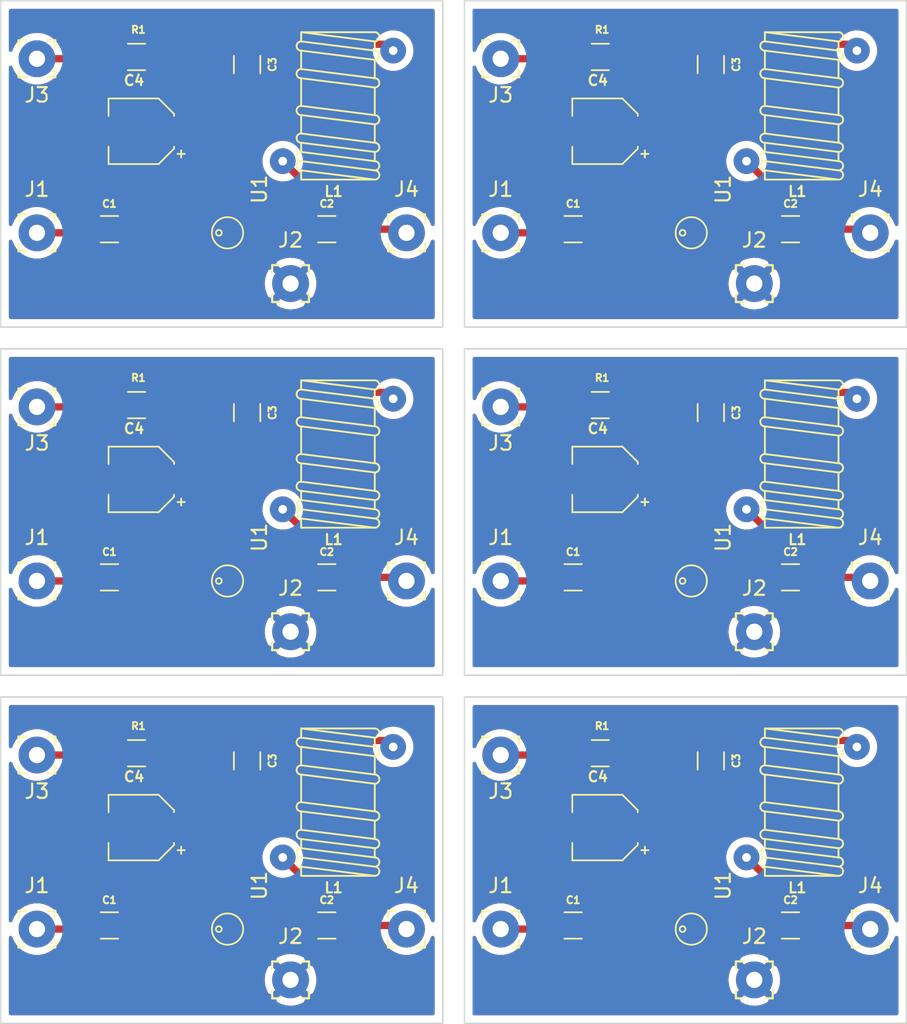
<source format=kicad_pcb>
(kicad_pcb (version 20171130) (host pcbnew 5.1.5+dfsg1-2build2)
  (layers (0 F.Cu signal) (31 B.Cu signal) (34 B.Paste user) (35 F.Paste user) (36 B.SilkS user) (37 F.SilkS user) (38 B.Mask user) (39 F.Mask user) (44 Edge.Cuts user))
  (net 0 "")
  (net 1 "Net-(C1-Pad2)")
  (net 2 "Net-(C1-Pad1)")
  (net 3 "Net-(C2-Pad2)")
  (net 4 "Net-(C2-Pad1)")
  (net 5 GND)
  (net 6 "Net-(C3-Pad1)")
  (net 7 +12V)
  (module xenir:VV105 (layer F.Cu) (at 152.65 145 270)
    (fp_text reference U1 (at -3 -2.2 90) (layer F.SilkS))
    (fp_text value MAR6)
    (pad 2 smd rect (at 2 0 270) (size 2 0.75) (layers F.Cu F.Paste F.Mask) (net 5 GND))
    (pad 4 smd rect (at -2 0 270) (size 2 0.75) (layers F.Cu F.Paste F.Mask) (net 5 GND))
    (pad 3 smd rect (at 0 -2) (size 2 0.75) (layers F.Cu F.Paste F.Mask) (net 4 "Net-(C2-Pad1)"))
    (pad 1 smd rect (at 0 2) (size 2 0.75) (layers F.Cu F.Paste F.Mask) (net 1 "Net-(C1-Pad2)"))
  )
  (module xenir:VV105 (layer F.Cu) (at 120.65 145 270)
    (fp_text reference U1 (at -3 -2.2 90) (layer F.SilkS))
    (fp_text value MAR6)
    (pad 2 smd rect (at 2 0 270) (size 2 0.75) (layers F.Cu F.Paste F.Mask) (net 5 GND))
    (pad 4 smd rect (at -2 0 270) (size 2 0.75) (layers F.Cu F.Paste F.Mask) (net 5 GND))
    (pad 3 smd rect (at 0 -2) (size 2 0.75) (layers F.Cu F.Paste F.Mask) (net 4 "Net-(C2-Pad1)"))
    (pad 1 smd rect (at 0 2) (size 2 0.75) (layers F.Cu F.Paste F.Mask) (net 1 "Net-(C1-Pad2)"))
  )
  (module xenir:VV105 (layer F.Cu) (at 152.65 121 270)
    (fp_text reference U1 (at -3 -2.2 90) (layer F.SilkS))
    (fp_text value MAR6)
    (pad 2 smd rect (at 2 0 270) (size 2 0.75) (layers F.Cu F.Paste F.Mask) (net 5 GND))
    (pad 4 smd rect (at -2 0 270) (size 2 0.75) (layers F.Cu F.Paste F.Mask) (net 5 GND))
    (pad 3 smd rect (at 0 -2) (size 2 0.75) (layers F.Cu F.Paste F.Mask) (net 4 "Net-(C2-Pad1)"))
    (pad 1 smd rect (at 0 2) (size 2 0.75) (layers F.Cu F.Paste F.Mask) (net 1 "Net-(C1-Pad2)"))
  )
  (module xenir:VV105 (layer F.Cu) (at 120.65 121 270)
    (fp_text reference U1 (at -3 -2.2 90) (layer F.SilkS))
    (fp_text value MAR6)
    (pad 2 smd rect (at 2 0 270) (size 2 0.75) (layers F.Cu F.Paste F.Mask) (net 5 GND))
    (pad 4 smd rect (at -2 0 270) (size 2 0.75) (layers F.Cu F.Paste F.Mask) (net 5 GND))
    (pad 3 smd rect (at 0 -2) (size 2 0.75) (layers F.Cu F.Paste F.Mask) (net 4 "Net-(C2-Pad1)"))
    (pad 1 smd rect (at 0 2) (size 2 0.75) (layers F.Cu F.Paste F.Mask) (net 1 "Net-(C1-Pad2)"))
  )
  (module xenir:VV105 (layer F.Cu) (at 152.65 97 270)
    (fp_text reference U1 (at -3 -2.2 90) (layer F.SilkS))
    (fp_text value MAR6)
    (pad 2 smd rect (at 2 0 270) (size 2 0.75) (layers F.Cu F.Paste F.Mask) (net 5 GND))
    (pad 4 smd rect (at -2 0 270) (size 2 0.75) (layers F.Cu F.Paste F.Mask) (net 5 GND))
    (pad 3 smd rect (at 0 -2) (size 2 0.75) (layers F.Cu F.Paste F.Mask) (net 4 "Net-(C2-Pad1)"))
    (pad 1 smd rect (at 0 2) (size 2 0.75) (layers F.Cu F.Paste F.Mask) (net 1 "Net-(C1-Pad2)"))
  )
  (module xenir:Pad (layer F.Cu) (at 157 145)
    (fp_text reference J2 (at 0 0.5) (layer F.SilkS))
    (fp_text value Pad)
    (pad 1 thru_hole circle (at 0 3.5) (size 2.54 2.54) (drill 1.1176) (layers *.Cu *.Mask) (net 5 GND))
  )
  (module xenir:Pad (layer F.Cu) (at 125 145)
    (fp_text reference J2 (at 0 0.5) (layer F.SilkS))
    (fp_text value Pad)
    (pad 1 thru_hole circle (at 0 3.5) (size 2.54 2.54) (drill 1.1176) (layers *.Cu *.Mask) (net 5 GND))
  )
  (module xenir:Pad (layer F.Cu) (at 157 121)
    (fp_text reference J2 (at 0 0.5) (layer F.SilkS))
    (fp_text value Pad)
    (pad 1 thru_hole circle (at 0 3.5) (size 2.54 2.54) (drill 1.1176) (layers *.Cu *.Mask) (net 5 GND))
  )
  (module xenir:Pad (layer F.Cu) (at 125 121)
    (fp_text reference J2 (at 0 0.5) (layer F.SilkS))
    (fp_text value Pad)
    (pad 1 thru_hole circle (at 0 3.5) (size 2.54 2.54) (drill 1.1176) (layers *.Cu *.Mask) (net 5 GND))
  )
  (module xenir:Pad (layer F.Cu) (at 157 97)
    (fp_text reference J2 (at 0 0.5) (layer F.SilkS))
    (fp_text value Pad)
    (pad 1 thru_hole circle (at 0 3.5) (size 2.54 2.54) (drill 1.1176) (layers *.Cu *.Mask) (net 5 GND))
  )
  (module xenir:Pad (layer F.Cu) (at 165 141.5)
    (fp_text reference J4 (at 0 0.5) (layer F.SilkS))
    (fp_text value Pad)
    (pad 1 thru_hole circle (at 0 3.5) (size 2.54 2.54) (drill 1.1176) (layers *.Cu *.Mask) (net 3 "Net-(C2-Pad2)"))
  )
  (module xenir:Pad (layer F.Cu) (at 133 141.5)
    (fp_text reference J4 (at 0 0.5) (layer F.SilkS))
    (fp_text value Pad)
    (pad 1 thru_hole circle (at 0 3.5) (size 2.54 2.54) (drill 1.1176) (layers *.Cu *.Mask) (net 3 "Net-(C2-Pad2)"))
  )
  (module xenir:Pad (layer F.Cu) (at 165 117.5)
    (fp_text reference J4 (at 0 0.5) (layer F.SilkS))
    (fp_text value Pad)
    (pad 1 thru_hole circle (at 0 3.5) (size 2.54 2.54) (drill 1.1176) (layers *.Cu *.Mask) (net 3 "Net-(C2-Pad2)"))
  )
  (module xenir:Pad (layer F.Cu) (at 133 117.5)
    (fp_text reference J4 (at 0 0.5) (layer F.SilkS))
    (fp_text value Pad)
    (pad 1 thru_hole circle (at 0 3.5) (size 2.54 2.54) (drill 1.1176) (layers *.Cu *.Mask) (net 3 "Net-(C2-Pad2)"))
  )
  (module xenir:Pad (layer F.Cu) (at 165 93.5)
    (fp_text reference J4 (at 0 0.5) (layer F.SilkS))
    (fp_text value Pad)
    (pad 1 thru_hole circle (at 0 3.5) (size 2.54 2.54) (drill 1.1176) (layers *.Cu *.Mask) (net 3 "Net-(C2-Pad2)"))
  )
  (module xenir:Cap_4x5.4 (layer F.Cu) (at 146.7 138.5 180)
    (fp_text reference C4 (at 0.5 4) (layer F.SilkS) (effects (font (size 0.7 0.7))))
    (fp_text value 10uF)
    (pad 1 smd roundrect (at -1.8 0.5 180) (size 2.6 1.6) (layers F.Cu F.Paste F.Mask) (roundrect_rratio 0.15625) (net 6 "Net-(C3-Pad1)"))
    (pad 2 smd roundrect (at 1.8 0.5 180) (size 2.6 1.6) (layers F.Cu F.Paste F.Mask) (roundrect_rratio 0.15625) (net 5 GND))
  )
  (module xenir:Cap_4x5.4 (layer F.Cu) (at 114.7 138.5 180)
    (fp_text reference C4 (at 0.5 4) (layer F.SilkS) (effects (font (size 0.7 0.7))))
    (fp_text value 10uF)
    (pad 1 smd roundrect (at -1.8 0.5 180) (size 2.6 1.6) (layers F.Cu F.Paste F.Mask) (roundrect_rratio 0.15625) (net 6 "Net-(C3-Pad1)"))
    (pad 2 smd roundrect (at 1.8 0.5 180) (size 2.6 1.6) (layers F.Cu F.Paste F.Mask) (roundrect_rratio 0.15625) (net 5 GND))
  )
  (module xenir:Cap_4x5.4 (layer F.Cu) (at 146.7 114.5 180)
    (fp_text reference C4 (at 0.5 4) (layer F.SilkS) (effects (font (size 0.7 0.7))))
    (fp_text value 10uF)
    (pad 1 smd roundrect (at -1.8 0.5 180) (size 2.6 1.6) (layers F.Cu F.Paste F.Mask) (roundrect_rratio 0.15625) (net 6 "Net-(C3-Pad1)"))
    (pad 2 smd roundrect (at 1.8 0.5 180) (size 2.6 1.6) (layers F.Cu F.Paste F.Mask) (roundrect_rratio 0.15625) (net 5 GND))
  )
  (module xenir:Cap_4x5.4 (layer F.Cu) (at 114.7 114.5 180)
    (fp_text reference C4 (at 0.5 4) (layer F.SilkS) (effects (font (size 0.7 0.7))))
    (fp_text value 10uF)
    (pad 1 smd roundrect (at -1.8 0.5 180) (size 2.6 1.6) (layers F.Cu F.Paste F.Mask) (roundrect_rratio 0.15625) (net 6 "Net-(C3-Pad1)"))
    (pad 2 smd roundrect (at 1.8 0.5 180) (size 2.6 1.6) (layers F.Cu F.Paste F.Mask) (roundrect_rratio 0.15625) (net 5 GND))
  )
  (module xenir:Cap_4x5.4 (layer F.Cu) (at 146.7 90.5 180)
    (fp_text reference C4 (at 0.5 4) (layer F.SilkS) (effects (font (size 0.7 0.7))))
    (fp_text value 10uF)
    (pad 1 smd roundrect (at -1.8 0.5 180) (size 2.6 1.6) (layers F.Cu F.Paste F.Mask) (roundrect_rratio 0.15625) (net 6 "Net-(C3-Pad1)"))
    (pad 2 smd roundrect (at 1.8 0.5 180) (size 2.6 1.6) (layers F.Cu F.Paste F.Mask) (roundrect_rratio 0.15625) (net 5 GND))
  )
  (module xenir:T37_Inductor (layer F.Cu) (at 160.27 143.25 180)
    (fp_text reference L1 (at 0.3 1.1) (layer F.SilkS) (effects (font (size 0.7 0.7))))
    (fp_text value Inductor)
    (pad 2 thru_hole circle (at 3.81 3.19 180) (size 1.778 1.778) (drill 0.6) (layers *.Cu *.Mask) (net 4 "Net-(C2-Pad1)"))
    (pad 1 thru_hole circle (at -3.81 10.81 180) (size 1.778 1.778) (drill 0.6) (layers *.Cu *.Mask) (net 6 "Net-(C3-Pad1)"))
  )
  (module xenir:T37_Inductor (layer F.Cu) (at 128.27 143.25 180)
    (fp_text reference L1 (at 0.3 1.1) (layer F.SilkS) (effects (font (size 0.7 0.7))))
    (fp_text value Inductor)
    (pad 2 thru_hole circle (at 3.81 3.19 180) (size 1.778 1.778) (drill 0.6) (layers *.Cu *.Mask) (net 4 "Net-(C2-Pad1)"))
    (pad 1 thru_hole circle (at -3.81 10.81 180) (size 1.778 1.778) (drill 0.6) (layers *.Cu *.Mask) (net 6 "Net-(C3-Pad1)"))
  )
  (module xenir:T37_Inductor (layer F.Cu) (at 160.27 119.25 180)
    (fp_text reference L1 (at 0.3 1.1) (layer F.SilkS) (effects (font (size 0.7 0.7))))
    (fp_text value Inductor)
    (pad 2 thru_hole circle (at 3.81 3.19 180) (size 1.778 1.778) (drill 0.6) (layers *.Cu *.Mask) (net 4 "Net-(C2-Pad1)"))
    (pad 1 thru_hole circle (at -3.81 10.81 180) (size 1.778 1.778) (drill 0.6) (layers *.Cu *.Mask) (net 6 "Net-(C3-Pad1)"))
  )
  (module xenir:T37_Inductor (layer F.Cu) (at 128.27 119.25 180)
    (fp_text reference L1 (at 0.3 1.1) (layer F.SilkS) (effects (font (size 0.7 0.7))))
    (fp_text value Inductor)
    (pad 2 thru_hole circle (at 3.81 3.19 180) (size 1.778 1.778) (drill 0.6) (layers *.Cu *.Mask) (net 4 "Net-(C2-Pad1)"))
    (pad 1 thru_hole circle (at -3.81 10.81 180) (size 1.778 1.778) (drill 0.6) (layers *.Cu *.Mask) (net 6 "Net-(C3-Pad1)"))
  )
  (module xenir:T37_Inductor (layer F.Cu) (at 160.27 95.25 180)
    (fp_text reference L1 (at 0.3 1.1) (layer F.SilkS) (effects (font (size 0.7 0.7))))
    (fp_text value Inductor)
    (pad 2 thru_hole circle (at 3.81 3.19 180) (size 1.778 1.778) (drill 0.6) (layers *.Cu *.Mask) (net 4 "Net-(C2-Pad1)"))
    (pad 1 thru_hole circle (at -3.81 10.81 180) (size 1.778 1.778) (drill 0.6) (layers *.Cu *.Mask) (net 6 "Net-(C3-Pad1)"))
  )
  (module xenir:Pad (layer F.Cu) (at 139.5 129.5)
    (fp_text reference J3 (at 0 6) (layer F.SilkS))
    (fp_text value Pad)
    (pad 1 thru_hole circle (at 0 3.5) (size 2.54 2.54) (drill 1.1176) (layers *.Cu *.Mask) (net 7 +12V))
  )
  (module xenir:Pad (layer F.Cu) (at 107.5 129.5)
    (fp_text reference J3 (at 0 6) (layer F.SilkS))
    (fp_text value Pad)
    (pad 1 thru_hole circle (at 0 3.5) (size 2.54 2.54) (drill 1.1176) (layers *.Cu *.Mask) (net 7 +12V))
  )
  (module xenir:Pad (layer F.Cu) (at 139.5 105.5)
    (fp_text reference J3 (at 0 6) (layer F.SilkS))
    (fp_text value Pad)
    (pad 1 thru_hole circle (at 0 3.5) (size 2.54 2.54) (drill 1.1176) (layers *.Cu *.Mask) (net 7 +12V))
  )
  (module xenir:Pad (layer F.Cu) (at 107.5 105.5)
    (fp_text reference J3 (at 0 6) (layer F.SilkS))
    (fp_text value Pad)
    (pad 1 thru_hole circle (at 0 3.5) (size 2.54 2.54) (drill 1.1176) (layers *.Cu *.Mask) (net 7 +12V))
  )
  (module xenir:Pad (layer F.Cu) (at 139.5 81.5)
    (fp_text reference J3 (at 0 6) (layer F.SilkS))
    (fp_text value Pad)
    (pad 1 thru_hole circle (at 0 3.5) (size 2.54 2.54) (drill 1.1176) (layers *.Cu *.Mask) (net 7 +12V))
  )
  (module "xenir:Capacitor 1206" (layer F.Cu) (at 159.5 142.5)
    (fp_text reference C2 (at 0 0.5) (layer F.SilkS) (effects (font (size 0.5 0.5) (thickness 0.125))))
    (fp_text value .1uF)
    (pad 1 smd roundrect (at -1.4 2.25) (size 1.25 1.75) (layers F.Cu F.Paste F.Mask) (roundrect_rratio 0.2) (net 4 "Net-(C2-Pad1)"))
    (pad 2 smd roundrect (at 1.4 2.25) (size 1.25 1.75) (layers F.Cu F.Paste F.Mask) (roundrect_rratio 0.2) (net 3 "Net-(C2-Pad2)"))
  )
  (module "xenir:Capacitor 1206" (layer F.Cu) (at 127.5 142.5)
    (fp_text reference C2 (at 0 0.5) (layer F.SilkS) (effects (font (size 0.5 0.5) (thickness 0.125))))
    (fp_text value .1uF)
    (pad 1 smd roundrect (at -1.4 2.25) (size 1.25 1.75) (layers F.Cu F.Paste F.Mask) (roundrect_rratio 0.2) (net 4 "Net-(C2-Pad1)"))
    (pad 2 smd roundrect (at 1.4 2.25) (size 1.25 1.75) (layers F.Cu F.Paste F.Mask) (roundrect_rratio 0.2) (net 3 "Net-(C2-Pad2)"))
  )
  (module "xenir:Capacitor 1206" (layer F.Cu) (at 159.5 118.5)
    (fp_text reference C2 (at 0 0.5) (layer F.SilkS) (effects (font (size 0.5 0.5) (thickness 0.125))))
    (fp_text value .1uF)
    (pad 1 smd roundrect (at -1.4 2.25) (size 1.25 1.75) (layers F.Cu F.Paste F.Mask) (roundrect_rratio 0.2) (net 4 "Net-(C2-Pad1)"))
    (pad 2 smd roundrect (at 1.4 2.25) (size 1.25 1.75) (layers F.Cu F.Paste F.Mask) (roundrect_rratio 0.2) (net 3 "Net-(C2-Pad2)"))
  )
  (module "xenir:Capacitor 1206" (layer F.Cu) (at 127.5 118.5)
    (fp_text reference C2 (at 0 0.5) (layer F.SilkS) (effects (font (size 0.5 0.5) (thickness 0.125))))
    (fp_text value .1uF)
    (pad 1 smd roundrect (at -1.4 2.25) (size 1.25 1.75) (layers F.Cu F.Paste F.Mask) (roundrect_rratio 0.2) (net 4 "Net-(C2-Pad1)"))
    (pad 2 smd roundrect (at 1.4 2.25) (size 1.25 1.75) (layers F.Cu F.Paste F.Mask) (roundrect_rratio 0.2) (net 3 "Net-(C2-Pad2)"))
  )
  (module "xenir:Capacitor 1206" (layer F.Cu) (at 159.5 94.5)
    (fp_text reference C2 (at 0 0.5) (layer F.SilkS) (effects (font (size 0.5 0.5) (thickness 0.125))))
    (fp_text value .1uF)
    (pad 1 smd roundrect (at -1.4 2.25) (size 1.25 1.75) (layers F.Cu F.Paste F.Mask) (roundrect_rratio 0.2) (net 4 "Net-(C2-Pad1)"))
    (pad 2 smd roundrect (at 1.4 2.25) (size 1.25 1.75) (layers F.Cu F.Paste F.Mask) (roundrect_rratio 0.2) (net 3 "Net-(C2-Pad2)"))
  )
  (module "xenir:Capacitor 1206" (layer F.Cu) (at 156.25 133.4 270)
    (fp_text reference C3 (at 0 0.5 90) (layer F.SilkS) (effects (font (size 0.5 0.5) (thickness 0.125))))
    (fp_text value .1uF)
    (pad 1 smd roundrect (at -1.4 2.25 270) (size 1.25 1.75) (layers F.Cu F.Paste F.Mask) (roundrect_rratio 0.2) (net 6 "Net-(C3-Pad1)"))
    (pad 2 smd roundrect (at 1.4 2.25 270) (size 1.25 1.75) (layers F.Cu F.Paste F.Mask) (roundrect_rratio 0.2) (net 5 GND))
  )
  (module "xenir:Capacitor 1206" (layer F.Cu) (at 124.25 133.4 270)
    (fp_text reference C3 (at 0 0.5 90) (layer F.SilkS) (effects (font (size 0.5 0.5) (thickness 0.125))))
    (fp_text value .1uF)
    (pad 1 smd roundrect (at -1.4 2.25 270) (size 1.25 1.75) (layers F.Cu F.Paste F.Mask) (roundrect_rratio 0.2) (net 6 "Net-(C3-Pad1)"))
    (pad 2 smd roundrect (at 1.4 2.25 270) (size 1.25 1.75) (layers F.Cu F.Paste F.Mask) (roundrect_rratio 0.2) (net 5 GND))
  )
  (module "xenir:Capacitor 1206" (layer F.Cu) (at 156.25 109.4 270)
    (fp_text reference C3 (at 0 0.5 90) (layer F.SilkS) (effects (font (size 0.5 0.5) (thickness 0.125))))
    (fp_text value .1uF)
    (pad 1 smd roundrect (at -1.4 2.25 270) (size 1.25 1.75) (layers F.Cu F.Paste F.Mask) (roundrect_rratio 0.2) (net 6 "Net-(C3-Pad1)"))
    (pad 2 smd roundrect (at 1.4 2.25 270) (size 1.25 1.75) (layers F.Cu F.Paste F.Mask) (roundrect_rratio 0.2) (net 5 GND))
  )
  (module "xenir:Capacitor 1206" (layer F.Cu) (at 124.25 109.4 270)
    (fp_text reference C3 (at 0 0.5 90) (layer F.SilkS) (effects (font (size 0.5 0.5) (thickness 0.125))))
    (fp_text value .1uF)
    (pad 1 smd roundrect (at -1.4 2.25 270) (size 1.25 1.75) (layers F.Cu F.Paste F.Mask) (roundrect_rratio 0.2) (net 6 "Net-(C3-Pad1)"))
    (pad 2 smd roundrect (at 1.4 2.25 270) (size 1.25 1.75) (layers F.Cu F.Paste F.Mask) (roundrect_rratio 0.2) (net 5 GND))
  )
  (module "xenir:Capacitor 1206" (layer F.Cu) (at 156.25 85.4 270)
    (fp_text reference C3 (at 0 0.5 90) (layer F.SilkS) (effects (font (size 0.5 0.5) (thickness 0.125))))
    (fp_text value .1uF)
    (pad 1 smd roundrect (at -1.4 2.25 270) (size 1.25 1.75) (layers F.Cu F.Paste F.Mask) (roundrect_rratio 0.2) (net 6 "Net-(C3-Pad1)"))
    (pad 2 smd roundrect (at 1.4 2.25 270) (size 1.25 1.75) (layers F.Cu F.Paste F.Mask) (roundrect_rratio 0.2) (net 5 GND))
  )
  (module xenir:Pad (layer F.Cu) (at 139.5 141.5)
    (fp_text reference J1 (at 0 0.5) (layer F.SilkS))
    (fp_text value Pad)
    (pad 1 thru_hole circle (at 0 3.5) (size 2.54 2.54) (drill 1.1176) (layers *.Cu *.Mask) (net 2 "Net-(C1-Pad1)"))
  )
  (module xenir:Pad (layer F.Cu) (at 107.5 141.5)
    (fp_text reference J1 (at 0 0.5) (layer F.SilkS))
    (fp_text value Pad)
    (pad 1 thru_hole circle (at 0 3.5) (size 2.54 2.54) (drill 1.1176) (layers *.Cu *.Mask) (net 2 "Net-(C1-Pad1)"))
  )
  (module xenir:Pad (layer F.Cu) (at 139.5 117.5)
    (fp_text reference J1 (at 0 0.5) (layer F.SilkS))
    (fp_text value Pad)
    (pad 1 thru_hole circle (at 0 3.5) (size 2.54 2.54) (drill 1.1176) (layers *.Cu *.Mask) (net 2 "Net-(C1-Pad1)"))
  )
  (module xenir:Pad (layer F.Cu) (at 107.5 117.5)
    (fp_text reference J1 (at 0 0.5) (layer F.SilkS))
    (fp_text value Pad)
    (pad 1 thru_hole circle (at 0 3.5) (size 2.54 2.54) (drill 1.1176) (layers *.Cu *.Mask) (net 2 "Net-(C1-Pad1)"))
  )
  (module xenir:Pad (layer F.Cu) (at 139.5 93.5)
    (fp_text reference J1 (at 0 0.5) (layer F.SilkS))
    (fp_text value Pad)
    (pad 1 thru_hole circle (at 0 3.5) (size 2.54 2.54) (drill 1.1176) (layers *.Cu *.Mask) (net 2 "Net-(C1-Pad1)"))
  )
  (module "xenir:Capacitor 1206" (layer F.Cu) (at 144.5 142.5)
    (fp_text reference C1 (at 0 0.5) (layer F.SilkS) (effects (font (size 0.5 0.5) (thickness 0.125))))
    (fp_text value .1uF)
    (pad 1 smd roundrect (at -1.4 2.25) (size 1.25 1.75) (layers F.Cu F.Paste F.Mask) (roundrect_rratio 0.2) (net 2 "Net-(C1-Pad1)"))
    (pad 2 smd roundrect (at 1.4 2.25) (size 1.25 1.75) (layers F.Cu F.Paste F.Mask) (roundrect_rratio 0.2) (net 1 "Net-(C1-Pad2)"))
  )
  (module "xenir:Capacitor 1206" (layer F.Cu) (at 112.5 142.5)
    (fp_text reference C1 (at 0 0.5) (layer F.SilkS) (effects (font (size 0.5 0.5) (thickness 0.125))))
    (fp_text value .1uF)
    (pad 1 smd roundrect (at -1.4 2.25) (size 1.25 1.75) (layers F.Cu F.Paste F.Mask) (roundrect_rratio 0.2) (net 2 "Net-(C1-Pad1)"))
    (pad 2 smd roundrect (at 1.4 2.25) (size 1.25 1.75) (layers F.Cu F.Paste F.Mask) (roundrect_rratio 0.2) (net 1 "Net-(C1-Pad2)"))
  )
  (module "xenir:Capacitor 1206" (layer F.Cu) (at 144.5 118.5)
    (fp_text reference C1 (at 0 0.5) (layer F.SilkS) (effects (font (size 0.5 0.5) (thickness 0.125))))
    (fp_text value .1uF)
    (pad 1 smd roundrect (at -1.4 2.25) (size 1.25 1.75) (layers F.Cu F.Paste F.Mask) (roundrect_rratio 0.2) (net 2 "Net-(C1-Pad1)"))
    (pad 2 smd roundrect (at 1.4 2.25) (size 1.25 1.75) (layers F.Cu F.Paste F.Mask) (roundrect_rratio 0.2) (net 1 "Net-(C1-Pad2)"))
  )
  (module "xenir:Capacitor 1206" (layer F.Cu) (at 112.5 118.5)
    (fp_text reference C1 (at 0 0.5) (layer F.SilkS) (effects (font (size 0.5 0.5) (thickness 0.125))))
    (fp_text value .1uF)
    (pad 1 smd roundrect (at -1.4 2.25) (size 1.25 1.75) (layers F.Cu F.Paste F.Mask) (roundrect_rratio 0.2) (net 2 "Net-(C1-Pad1)"))
    (pad 2 smd roundrect (at 1.4 2.25) (size 1.25 1.75) (layers F.Cu F.Paste F.Mask) (roundrect_rratio 0.2) (net 1 "Net-(C1-Pad2)"))
  )
  (module "xenir:Capacitor 1206" (layer F.Cu) (at 144.5 94.5)
    (fp_text reference C1 (at 0 0.5) (layer F.SilkS) (effects (font (size 0.5 0.5) (thickness 0.125))))
    (fp_text value .1uF)
    (pad 1 smd roundrect (at -1.4 2.25) (size 1.25 1.75) (layers F.Cu F.Paste F.Mask) (roundrect_rratio 0.2) (net 2 "Net-(C1-Pad1)"))
    (pad 2 smd roundrect (at 1.4 2.25) (size 1.25 1.75) (layers F.Cu F.Paste F.Mask) (roundrect_rratio 0.2) (net 1 "Net-(C1-Pad2)"))
  )
  (module "xenir:Resistor 1206" (layer F.Cu) (at 146.5 130.5)
    (fp_text reference R1 (at 0 0.5) (layer F.SilkS) (effects (font (size 0.499872 0.499872) (thickness 0.124968))))
    (fp_text value 536)
    (pad 1 smd roundrect (at -1.527 2.377) (size 1.25 1.75) (layers F.Cu F.Paste F.Mask) (roundrect_rratio 0.2) (net 7 +12V))
    (pad 2 smd roundrect (at 1.273 2.377) (size 1.25 1.75) (layers F.Cu F.Paste F.Mask) (roundrect_rratio 0.2) (net 6 "Net-(C3-Pad1)"))
  )
  (module "xenir:Resistor 1206" (layer F.Cu) (at 114.5 130.5)
    (fp_text reference R1 (at 0 0.5) (layer F.SilkS) (effects (font (size 0.499872 0.499872) (thickness 0.124968))))
    (fp_text value 536)
    (pad 1 smd roundrect (at -1.527 2.377) (size 1.25 1.75) (layers F.Cu F.Paste F.Mask) (roundrect_rratio 0.2) (net 7 +12V))
    (pad 2 smd roundrect (at 1.273 2.377) (size 1.25 1.75) (layers F.Cu F.Paste F.Mask) (roundrect_rratio 0.2) (net 6 "Net-(C3-Pad1)"))
  )
  (module "xenir:Resistor 1206" (layer F.Cu) (at 146.5 106.5)
    (fp_text reference R1 (at 0 0.5) (layer F.SilkS) (effects (font (size 0.499872 0.499872) (thickness 0.124968))))
    (fp_text value 536)
    (pad 1 smd roundrect (at -1.527 2.377) (size 1.25 1.75) (layers F.Cu F.Paste F.Mask) (roundrect_rratio 0.2) (net 7 +12V))
    (pad 2 smd roundrect (at 1.273 2.377) (size 1.25 1.75) (layers F.Cu F.Paste F.Mask) (roundrect_rratio 0.2) (net 6 "Net-(C3-Pad1)"))
  )
  (module "xenir:Resistor 1206" (layer F.Cu) (at 114.5 106.5)
    (fp_text reference R1 (at 0 0.5) (layer F.SilkS) (effects (font (size 0.499872 0.499872) (thickness 0.124968))))
    (fp_text value 536)
    (pad 1 smd roundrect (at -1.527 2.377) (size 1.25 1.75) (layers F.Cu F.Paste F.Mask) (roundrect_rratio 0.2) (net 7 +12V))
    (pad 2 smd roundrect (at 1.273 2.377) (size 1.25 1.75) (layers F.Cu F.Paste F.Mask) (roundrect_rratio 0.2) (net 6 "Net-(C3-Pad1)"))
  )
  (module "xenir:Resistor 1206" (layer F.Cu) (at 146.5 82.5)
    (fp_text reference R1 (at 0 0.5) (layer F.SilkS) (effects (font (size 0.499872 0.499872) (thickness 0.124968))))
    (fp_text value 536)
    (pad 1 smd roundrect (at -1.527 2.377) (size 1.25 1.75) (layers F.Cu F.Paste F.Mask) (roundrect_rratio 0.2) (net 7 +12V))
    (pad 2 smd roundrect (at 1.273 2.377) (size 1.25 1.75) (layers F.Cu F.Paste F.Mask) (roundrect_rratio 0.2) (net 6 "Net-(C3-Pad1)"))
  )
  (module xenir:VV105 (layer F.Cu) (at 120.65 97 270)
    (fp_text reference U1 (at -3 -2.2 90) (layer F.SilkS))
    (fp_text value MAR6)
    (pad 1 smd rect (at 0 2) (size 2 0.75) (layers F.Cu F.Paste F.Mask) (net 1 "Net-(C1-Pad2)"))
    (pad 3 smd rect (at 0 -2) (size 2 0.75) (layers F.Cu F.Paste F.Mask) (net 4 "Net-(C2-Pad1)"))
    (pad 4 smd rect (at -2 0 270) (size 2 0.75) (layers F.Cu F.Paste F.Mask) (net 5 GND))
    (pad 2 smd rect (at 2 0 270) (size 2 0.75) (layers F.Cu F.Paste F.Mask) (net 5 GND))
  )
  (module "xenir:Resistor 1206" (layer F.Cu) (at 114.5 82.5)
    (fp_text reference R1 (at 0 0.5) (layer F.SilkS) (effects (font (size 0.499872 0.499872) (thickness 0.124968))))
    (fp_text value 536)
    (pad 2 smd roundrect (at 1.273 2.377) (size 1.25 1.75) (layers F.Cu F.Paste F.Mask) (roundrect_rratio 0.2) (net 6 "Net-(C3-Pad1)"))
    (pad 1 smd roundrect (at -1.527 2.377) (size 1.25 1.75) (layers F.Cu F.Paste F.Mask) (roundrect_rratio 0.2) (net 7 +12V))
  )
  (module xenir:T37_Inductor (layer F.Cu) (at 128.27 95.25 180)
    (fp_text reference L1 (at 0.3 1.1) (layer F.SilkS) (effects (font (size 0.7 0.7))))
    (fp_text value Inductor)
    (pad 1 thru_hole circle (at -3.81 10.81 180) (size 1.778 1.778) (drill 0.6) (layers *.Cu *.Mask) (net 6 "Net-(C3-Pad1)"))
    (pad 2 thru_hole circle (at 3.81 3.19 180) (size 1.778 1.778) (drill 0.6) (layers *.Cu *.Mask) (net 4 "Net-(C2-Pad1)"))
  )
  (module xenir:Pad (layer F.Cu) (at 133 93.5)
    (fp_text reference J4 (at 0 0.5) (layer F.SilkS))
    (fp_text value Pad)
    (pad 1 thru_hole circle (at 0 3.5) (size 2.54 2.54) (drill 1.1176) (layers *.Cu *.Mask) (net 3 "Net-(C2-Pad2)"))
  )
  (module xenir:Pad (layer F.Cu) (at 107.5 81.5)
    (fp_text reference J3 (at 0 6) (layer F.SilkS))
    (fp_text value Pad)
    (pad 1 thru_hole circle (at 0 3.5) (size 2.54 2.54) (drill 1.1176) (layers *.Cu *.Mask) (net 7 +12V))
  )
  (module xenir:Pad (layer F.Cu) (at 125 97)
    (fp_text reference J2 (at 0 0.5) (layer F.SilkS))
    (fp_text value Pad)
    (pad 1 thru_hole circle (at 0 3.5) (size 2.54 2.54) (drill 1.1176) (layers *.Cu *.Mask) (net 5 GND))
  )
  (module xenir:Pad (layer F.Cu) (at 107.5 93.5)
    (fp_text reference J1 (at 0 0.5) (layer F.SilkS))
    (fp_text value Pad)
    (pad 1 thru_hole circle (at 0 3.5) (size 2.54 2.54) (drill 1.1176) (layers *.Cu *.Mask) (net 2 "Net-(C1-Pad1)"))
  )
  (module xenir:Cap_4x5.4 (layer F.Cu) (at 114.7 90.5 180)
    (fp_text reference C4 (at 0.5 4) (layer F.SilkS) (effects (font (size 0.7 0.7))))
    (fp_text value 10uF)
    (pad 2 smd roundrect (at 1.8 0.5 180) (size 2.6 1.6) (layers F.Cu F.Paste F.Mask) (roundrect_rratio 0.15625) (net 5 GND))
    (pad 1 smd roundrect (at -1.8 0.5 180) (size 2.6 1.6) (layers F.Cu F.Paste F.Mask) (roundrect_rratio 0.15625) (net 6 "Net-(C3-Pad1)"))
  )
  (module "xenir:Capacitor 1206" (layer F.Cu) (at 124.25 85.4 270)
    (fp_text reference C3 (at 0 0.5 90) (layer F.SilkS) (effects (font (size 0.5 0.5) (thickness 0.125))))
    (fp_text value .1uF)
    (pad 2 smd roundrect (at 1.4 2.25 270) (size 1.25 1.75) (layers F.Cu F.Paste F.Mask) (roundrect_rratio 0.2) (net 5 GND))
    (pad 1 smd roundrect (at -1.4 2.25 270) (size 1.25 1.75) (layers F.Cu F.Paste F.Mask) (roundrect_rratio 0.2) (net 6 "Net-(C3-Pad1)"))
  )
  (module "xenir:Capacitor 1206" (layer F.Cu) (at 127.5 94.5)
    (fp_text reference C2 (at 0 0.5) (layer F.SilkS) (effects (font (size 0.5 0.5) (thickness 0.125))))
    (fp_text value .1uF)
    (pad 2 smd roundrect (at 1.4 2.25) (size 1.25 1.75) (layers F.Cu F.Paste F.Mask) (roundrect_rratio 0.2) (net 3 "Net-(C2-Pad2)"))
    (pad 1 smd roundrect (at -1.4 2.25) (size 1.25 1.75) (layers F.Cu F.Paste F.Mask) (roundrect_rratio 0.2) (net 4 "Net-(C2-Pad1)"))
  )
  (module "xenir:Capacitor 1206" (layer F.Cu) (at 112.5 94.5)
    (fp_text reference C1 (at 0 0.5) (layer F.SilkS) (effects (font (size 0.5 0.5) (thickness 0.125))))
    (fp_text value .1uF)
    (pad 2 smd roundrect (at 1.4 2.25) (size 1.25 1.75) (layers F.Cu F.Paste F.Mask) (roundrect_rratio 0.2) (net 1 "Net-(C1-Pad2)"))
    (pad 1 smd roundrect (at -1.4 2.25) (size 1.25 1.75) (layers F.Cu F.Paste F.Mask) (roundrect_rratio 0.2) (net 2 "Net-(C1-Pad1)"))
  )
  (gr_line (start 167.5 151.5) (end 137 151.5) (layer Edge.Cuts) (width 0.1))
  (gr_line (start 135.5 151.5) (end 105 151.5) (layer Edge.Cuts) (width 0.1))
  (gr_line (start 167.5 127.5) (end 137 127.5) (layer Edge.Cuts) (width 0.1))
  (gr_line (start 135.5 127.5) (end 105 127.5) (layer Edge.Cuts) (width 0.1))
  (gr_line (start 167.5 103.5) (end 137 103.5) (layer Edge.Cuts) (width 0.1))
  (gr_line (start 137 129) (end 167.5 129) (layer Edge.Cuts) (width 0.1))
  (gr_line (start 105 129) (end 135.5 129) (layer Edge.Cuts) (width 0.1))
  (gr_line (start 137 105) (end 167.5 105) (layer Edge.Cuts) (width 0.1))
  (gr_line (start 105 105) (end 135.5 105) (layer Edge.Cuts) (width 0.1))
  (gr_line (start 137 81) (end 167.5 81) (layer Edge.Cuts) (width 0.1))
  (gr_line (start 167.5 129) (end 167.5 151.5) (layer Edge.Cuts) (width 0.1))
  (gr_line (start 135.5 129) (end 135.5 151.5) (layer Edge.Cuts) (width 0.1))
  (gr_line (start 167.5 105) (end 167.5 127.5) (layer Edge.Cuts) (width 0.1))
  (gr_line (start 135.5 105) (end 135.5 127.5) (layer Edge.Cuts) (width 0.1))
  (gr_line (start 167.5 81) (end 167.5 103.5) (layer Edge.Cuts) (width 0.1))
  (gr_line (start 137 151.5) (end 137 129) (layer Edge.Cuts) (width 0.1))
  (gr_line (start 105 151.5) (end 105 129) (layer Edge.Cuts) (width 0.1))
  (gr_line (start 137 127.5) (end 137 105) (layer Edge.Cuts) (width 0.1))
  (gr_line (start 105 127.5) (end 105 105) (layer Edge.Cuts) (width 0.1))
  (gr_line (start 137 103.5) (end 137 81) (layer Edge.Cuts) (width 0.1))
  (gr_line (start 135.5 81) (end 135.5 103.5) (layer Edge.Cuts) (width 0.1))
  (gr_line (start 105 81) (end 135.5 81) (layer Edge.Cuts) (width 0.1))
  (gr_line (start 105 103.5) (end 105 81) (layer Edge.Cuts) (width 0.1))
  (gr_line (start 135.5 103.5) (end 105 103.5) (layer Edge.Cuts) (width 0.1))
  (segment (start 118.4 96.75) (end 118.65 97) (width 0.5) (layer F.Cu) (net 1))
  (segment (start 113.9 96.75) (end 118.4 96.75) (width 0.5) (layer F.Cu) (net 1))
  (segment (start 145.9 96.75) (end 150.4 96.75) (width 0.5) (layer F.Cu) (net 1))
  (segment (start 113.9 120.75) (end 118.4 120.75) (width 0.5) (layer F.Cu) (net 1))
  (segment (start 145.9 120.75) (end 150.4 120.75) (width 0.5) (layer F.Cu) (net 1))
  (segment (start 113.9 144.75) (end 118.4 144.75) (width 0.5) (layer F.Cu) (net 1))
  (segment (start 145.9 144.75) (end 150.4 144.75) (width 0.5) (layer F.Cu) (net 1))
  (segment (start 150.4 96.75) (end 150.65 97) (width 0.5) (layer F.Cu) (net 1))
  (segment (start 118.4 120.75) (end 118.65 121) (width 0.5) (layer F.Cu) (net 1))
  (segment (start 150.4 120.75) (end 150.65 121) (width 0.5) (layer F.Cu) (net 1))
  (segment (start 118.4 144.75) (end 118.65 145) (width 0.5) (layer F.Cu) (net 1))
  (segment (start 150.4 144.75) (end 150.65 145) (width 0.5) (layer F.Cu) (net 1))
  (segment (start 110.85 97) (end 111.1 96.75) (width 0.5) (layer F.Cu) (net 2))
  (segment (start 107.5 97) (end 110.85 97) (width 0.5) (layer F.Cu) (net 2))
  (segment (start 142.85 97) (end 143.1 96.75) (width 0.5) (layer F.Cu) (net 2))
  (segment (start 110.85 121) (end 111.1 120.75) (width 0.5) (layer F.Cu) (net 2))
  (segment (start 142.85 121) (end 143.1 120.75) (width 0.5) (layer F.Cu) (net 2))
  (segment (start 110.85 145) (end 111.1 144.75) (width 0.5) (layer F.Cu) (net 2))
  (segment (start 142.85 145) (end 143.1 144.75) (width 0.5) (layer F.Cu) (net 2))
  (segment (start 139.5 97) (end 142.85 97) (width 0.5) (layer F.Cu) (net 2))
  (segment (start 107.5 121) (end 110.85 121) (width 0.5) (layer F.Cu) (net 2))
  (segment (start 139.5 121) (end 142.85 121) (width 0.5) (layer F.Cu) (net 2))
  (segment (start 107.5 145) (end 110.85 145) (width 0.5) (layer F.Cu) (net 2))
  (segment (start 139.5 145) (end 142.85 145) (width 0.5) (layer F.Cu) (net 2))
  (segment (start 132.75 96.75) (end 133 97) (width 0.5) (layer F.Cu) (net 3))
  (segment (start 128.9 96.75) (end 132.75 96.75) (width 0.5) (layer F.Cu) (net 3))
  (segment (start 160.9 96.75) (end 164.75 96.75) (width 0.5) (layer F.Cu) (net 3))
  (segment (start 128.9 120.75) (end 132.75 120.75) (width 0.5) (layer F.Cu) (net 3))
  (segment (start 160.9 120.75) (end 164.75 120.75) (width 0.5) (layer F.Cu) (net 3))
  (segment (start 128.9 144.75) (end 132.75 144.75) (width 0.5) (layer F.Cu) (net 3))
  (segment (start 160.9 144.75) (end 164.75 144.75) (width 0.5) (layer F.Cu) (net 3))
  (segment (start 164.75 96.75) (end 165 97) (width 0.5) (layer F.Cu) (net 3))
  (segment (start 132.75 120.75) (end 133 121) (width 0.5) (layer F.Cu) (net 3))
  (segment (start 164.75 120.75) (end 165 121) (width 0.5) (layer F.Cu) (net 3))
  (segment (start 132.75 144.75) (end 133 145) (width 0.5) (layer F.Cu) (net 3))
  (segment (start 164.75 144.75) (end 165 145) (width 0.5) (layer F.Cu) (net 3))
  (segment (start 125.85 97) (end 126.1 96.75) (width 0.5) (layer F.Cu) (net 4))
  (segment (start 122.65 97) (end 125.85 97) (width 0.5) (layer F.Cu) (net 4))
  (segment (start 126.1 93.7) (end 126.1 96.75) (width 0.5) (layer F.Cu) (net 4))
  (segment (start 124.46 92.06) (end 126.1 93.7) (width 0.5) (layer F.Cu) (net 4))
  (segment (start 156.46 92.06) (end 158.1 93.7) (width 0.5) (layer F.Cu) (net 4))
  (segment (start 124.46 116.06) (end 126.1 117.7) (width 0.5) (layer F.Cu) (net 4))
  (segment (start 156.46 116.06) (end 158.1 117.7) (width 0.5) (layer F.Cu) (net 4))
  (segment (start 124.46 140.06) (end 126.1 141.7) (width 0.5) (layer F.Cu) (net 4))
  (segment (start 156.46 140.06) (end 158.1 141.7) (width 0.5) (layer F.Cu) (net 4))
  (segment (start 154.65 97) (end 157.85 97) (width 0.5) (layer F.Cu) (net 4))
  (segment (start 122.65 121) (end 125.85 121) (width 0.5) (layer F.Cu) (net 4))
  (segment (start 154.65 121) (end 157.85 121) (width 0.5) (layer F.Cu) (net 4))
  (segment (start 122.65 145) (end 125.85 145) (width 0.5) (layer F.Cu) (net 4))
  (segment (start 154.65 145) (end 157.85 145) (width 0.5) (layer F.Cu) (net 4))
  (segment (start 158.1 93.7) (end 158.1 96.75) (width 0.5) (layer F.Cu) (net 4))
  (segment (start 126.1 117.7) (end 126.1 120.75) (width 0.5) (layer F.Cu) (net 4))
  (segment (start 158.1 117.7) (end 158.1 120.75) (width 0.5) (layer F.Cu) (net 4))
  (segment (start 126.1 141.7) (end 126.1 144.75) (width 0.5) (layer F.Cu) (net 4))
  (segment (start 158.1 141.7) (end 158.1 144.75) (width 0.5) (layer F.Cu) (net 4))
  (segment (start 157.85 97) (end 158.1 96.75) (width 0.5) (layer F.Cu) (net 4))
  (segment (start 125.85 121) (end 126.1 120.75) (width 0.5) (layer F.Cu) (net 4))
  (segment (start 157.85 121) (end 158.1 120.75) (width 0.5) (layer F.Cu) (net 4))
  (segment (start 125.85 145) (end 126.1 144.75) (width 0.5) (layer F.Cu) (net 4))
  (segment (start 157.85 145) (end 158.1 144.75) (width 0.5) (layer F.Cu) (net 4))
  (segment (start 115.773 84.877) (end 119.123 84.877) (width 0.5) (layer F.Cu) (net 6))
  (segment (start 120 84) (end 122 84) (width 0.5) (layer F.Cu) (net 6))
  (segment (start 119.123 84.877) (end 120 84) (width 0.5) (layer F.Cu) (net 6))
  (segment (start 115.773 89.273) (end 116.5 90) (width 0.5) (layer F.Cu) (net 6))
  (segment (start 115.773 84.877) (end 115.773 89.273) (width 0.5) (layer F.Cu) (net 6))
  (segment (start 131.64 84) (end 132.08 84.44) (width 0.5) (layer F.Cu) (net 6))
  (segment (start 122 84) (end 131.64 84) (width 0.5) (layer F.Cu) (net 6))
  (segment (start 147.773 84.877) (end 147.773 89.273) (width 0.5) (layer F.Cu) (net 6))
  (segment (start 115.773 108.877) (end 115.773 113.273) (width 0.5) (layer F.Cu) (net 6))
  (segment (start 147.773 108.877) (end 147.773 113.273) (width 0.5) (layer F.Cu) (net 6))
  (segment (start 115.773 132.877) (end 115.773 137.273) (width 0.5) (layer F.Cu) (net 6))
  (segment (start 147.773 132.877) (end 147.773 137.273) (width 0.5) (layer F.Cu) (net 6))
  (segment (start 147.773 89.273) (end 148.5 90) (width 0.5) (layer F.Cu) (net 6))
  (segment (start 115.773 113.273) (end 116.5 114) (width 0.5) (layer F.Cu) (net 6))
  (segment (start 147.773 113.273) (end 148.5 114) (width 0.5) (layer F.Cu) (net 6))
  (segment (start 115.773 137.273) (end 116.5 138) (width 0.5) (layer F.Cu) (net 6))
  (segment (start 147.773 137.273) (end 148.5 138) (width 0.5) (layer F.Cu) (net 6))
  (segment (start 163.64 84) (end 164.08 84.44) (width 0.5) (layer F.Cu) (net 6))
  (segment (start 131.64 108) (end 132.08 108.44) (width 0.5) (layer F.Cu) (net 6))
  (segment (start 163.64 108) (end 164.08 108.44) (width 0.5) (layer F.Cu) (net 6))
  (segment (start 131.64 132) (end 132.08 132.44) (width 0.5) (layer F.Cu) (net 6))
  (segment (start 163.64 132) (end 164.08 132.44) (width 0.5) (layer F.Cu) (net 6))
  (segment (start 147.773 84.877) (end 151.123 84.877) (width 0.5) (layer F.Cu) (net 6))
  (segment (start 115.773 108.877) (end 119.123 108.877) (width 0.5) (layer F.Cu) (net 6))
  (segment (start 147.773 108.877) (end 151.123 108.877) (width 0.5) (layer F.Cu) (net 6))
  (segment (start 115.773 132.877) (end 119.123 132.877) (width 0.5) (layer F.Cu) (net 6))
  (segment (start 147.773 132.877) (end 151.123 132.877) (width 0.5) (layer F.Cu) (net 6))
  (segment (start 154 84) (end 163.64 84) (width 0.5) (layer F.Cu) (net 6))
  (segment (start 122 108) (end 131.64 108) (width 0.5) (layer F.Cu) (net 6))
  (segment (start 154 108) (end 163.64 108) (width 0.5) (layer F.Cu) (net 6))
  (segment (start 122 132) (end 131.64 132) (width 0.5) (layer F.Cu) (net 6))
  (segment (start 154 132) (end 163.64 132) (width 0.5) (layer F.Cu) (net 6))
  (segment (start 151.123 84.877) (end 152 84) (width 0.5) (layer F.Cu) (net 6))
  (segment (start 119.123 108.877) (end 120 108) (width 0.5) (layer F.Cu) (net 6))
  (segment (start 151.123 108.877) (end 152 108) (width 0.5) (layer F.Cu) (net 6))
  (segment (start 119.123 132.877) (end 120 132) (width 0.5) (layer F.Cu) (net 6))
  (segment (start 151.123 132.877) (end 152 132) (width 0.5) (layer F.Cu) (net 6))
  (segment (start 152 84) (end 154 84) (width 0.5) (layer F.Cu) (net 6))
  (segment (start 120 108) (end 122 108) (width 0.5) (layer F.Cu) (net 6))
  (segment (start 152 108) (end 154 108) (width 0.5) (layer F.Cu) (net 6))
  (segment (start 120 132) (end 122 132) (width 0.5) (layer F.Cu) (net 6))
  (segment (start 152 132) (end 154 132) (width 0.5) (layer F.Cu) (net 6))
  (segment (start 112.85 85) (end 112.973 84.877) (width 0.5) (layer F.Cu) (net 7))
  (segment (start 107.5 85) (end 112.85 85) (width 0.5) (layer F.Cu) (net 7))
  (segment (start 144.85 85) (end 144.973 84.877) (width 0.5) (layer F.Cu) (net 7))
  (segment (start 112.85 109) (end 112.973 108.877) (width 0.5) (layer F.Cu) (net 7))
  (segment (start 144.85 109) (end 144.973 108.877) (width 0.5) (layer F.Cu) (net 7))
  (segment (start 112.85 133) (end 112.973 132.877) (width 0.5) (layer F.Cu) (net 7))
  (segment (start 144.85 133) (end 144.973 132.877) (width 0.5) (layer F.Cu) (net 7))
  (segment (start 139.5 85) (end 144.85 85) (width 0.5) (layer F.Cu) (net 7))
  (segment (start 107.5 109) (end 112.85 109) (width 0.5) (layer F.Cu) (net 7))
  (segment (start 139.5 109) (end 144.85 109) (width 0.5) (layer F.Cu) (net 7))
  (segment (start 107.5 133) (end 112.85 133) (width 0.5) (layer F.Cu) (net 7))
  (segment (start 139.5 133) (end 144.85 133) (width 0.5) (layer F.Cu) (net 7))
  (zone (net 5) (net_name GND) (layer F.Cu) (connect_pads (clearance 0.508)) (min_thickness 0.254) (fill yes (arc_segments 32) (thermal_gap 0.508) (thermal_bridge_width 0.508))
    (polygon (pts (xy 135 103) (xy 105.5 103) (xy 105.5 81.5) (xy 135 81.5)))
  )
  (zone (net 5) (net_name GND) (layer B.Cu) (connect_pads (clearance 0.508)) (min_thickness 0.254) (fill yes (arc_segments 32) (thermal_gap 0.508) (thermal_bridge_width 0.508))
    (polygon (pts (xy 135 103) (xy 105.5 103) (xy 105.5 81.5) (xy 135 81.5)))
  )
  (zone (net 5) (net_name GND) (layer F.Cu) (connect_pads (clearance 0.508)) (min_thickness 0.254) (fill yes (arc_segments 32) (thermal_gap 0.508) (thermal_bridge_width 0.508))
    (polygon (pts (xy 167 103) (xy 137.5 103) (xy 137.5 81.5) (xy 167 81.5)))
  )
  (zone (net 5) (net_name GND) (layer F.Cu) (connect_pads (clearance 0.508)) (min_thickness 0.254) (fill yes (arc_segments 32) (thermal_gap 0.508) (thermal_bridge_width 0.508))
    (polygon (pts (xy 135 127) (xy 105.5 127) (xy 105.5 105.5) (xy 135 105.5)))
  )
  (zone (net 5) (net_name GND) (layer F.Cu) (connect_pads (clearance 0.508)) (min_thickness 0.254) (fill yes (arc_segments 32) (thermal_gap 0.508) (thermal_bridge_width 0.508))
    (polygon (pts (xy 167 127) (xy 137.5 127) (xy 137.5 105.5) (xy 167 105.5)))
  )
  (zone (net 5) (net_name GND) (layer F.Cu) (connect_pads (clearance 0.508)) (min_thickness 0.254) (fill yes (arc_segments 32) (thermal_gap 0.508) (thermal_bridge_width 0.508))
    (polygon (pts (xy 135 151) (xy 105.5 151) (xy 105.5 129.5) (xy 135 129.5)))
  )
  (zone (net 5) (net_name GND) (layer F.Cu) (connect_pads (clearance 0.508)) (min_thickness 0.254) (fill yes (arc_segments 32) (thermal_gap 0.508) (thermal_bridge_width 0.508))
    (polygon (pts (xy 167 151) (xy 137.5 151) (xy 137.5 129.5) (xy 167 129.5)))
  )
  (zone (net 5) (net_name GND) (layer B.Cu) (connect_pads (clearance 0.508)) (min_thickness 0.254) (fill yes (arc_segments 32) (thermal_gap 0.508) (thermal_bridge_width 0.508))
    (polygon (pts (xy 167 103) (xy 137.5 103) (xy 137.5 81.5) (xy 167 81.5)))
  )
  (zone (net 5) (net_name GND) (layer B.Cu) (connect_pads (clearance 0.508)) (min_thickness 0.254) (fill yes (arc_segments 32) (thermal_gap 0.508) (thermal_bridge_width 0.508))
    (polygon (pts (xy 135 127) (xy 105.5 127) (xy 105.5 105.5) (xy 135 105.5)))
  )
  (zone (net 5) (net_name GND) (layer B.Cu) (connect_pads (clearance 0.508)) (min_thickness 0.254) (fill yes (arc_segments 32) (thermal_gap 0.508) (thermal_bridge_width 0.508))
    (polygon (pts (xy 167 127) (xy 137.5 127) (xy 137.5 105.5) (xy 167 105.5)))
  )
  (zone (net 5) (net_name GND) (layer B.Cu) (connect_pads (clearance 0.508)) (min_thickness 0.254) (fill yes (arc_segments 32) (thermal_gap 0.508) (thermal_bridge_width 0.508))
    (polygon (pts (xy 135 151) (xy 105.5 151) (xy 105.5 129.5) (xy 135 129.5)))
  )
  (zone (net 5) (net_name GND) (layer B.Cu) (connect_pads (clearance 0.508)) (min_thickness 0.254) (fill yes (arc_segments 32) (thermal_gap 0.508) (thermal_bridge_width 0.508))
    (polygon (pts (xy 167 151) (xy 137.5 151) (xy 137.5 129.5) (xy 167 129.5)))
  )
)
</source>
